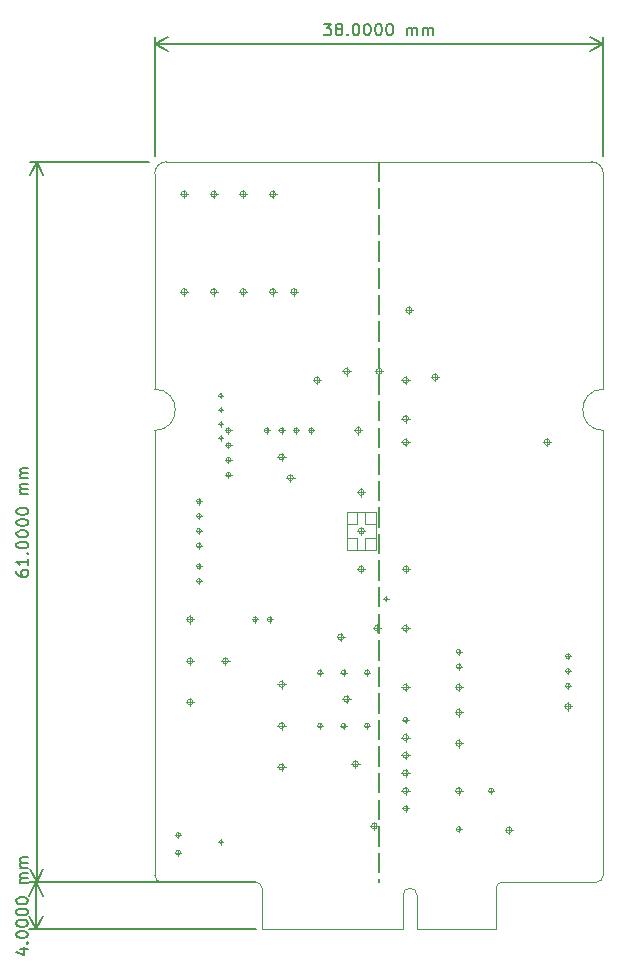
<source format=gbr>
%TF.GenerationSoftware,KiCad,Pcbnew,7.0.6*%
%TF.CreationDate,2023-08-17T07:33:22+09:30*%
%TF.ProjectId,spe-source,7370652d-736f-4757-9263-652e6b696361,V1.0*%
%TF.SameCoordinates,Original*%
%TF.FileFunction,OtherDrawing,Comment*%
%FSLAX46Y46*%
G04 Gerber Fmt 4.6, Leading zero omitted, Abs format (unit mm)*
G04 Created by KiCad (PCBNEW 7.0.6) date 2023-08-17 07:33:22*
%MOMM*%
%LPD*%
G01*
G04 APERTURE LIST*
%ADD10C,0.150000*%
%ADD11C,0.050000*%
%ADD12C,0.025000*%
%ADD13C,0.050800*%
G04 APERTURE END LIST*
D10*
X119000000Y-39000000D02*
X119000000Y-40650000D01*
X119000000Y-41250000D02*
X119000000Y-42900000D01*
X119000000Y-43500000D02*
X119000000Y-45150000D01*
X119000000Y-45750000D02*
X119000000Y-47400000D01*
X119000000Y-48000000D02*
X119000000Y-49650000D01*
X119000000Y-50250000D02*
X119000000Y-51900000D01*
X119000000Y-52500000D02*
X119000000Y-54150000D01*
X119000000Y-54750000D02*
X119000000Y-56400000D01*
X119000000Y-57000000D02*
X119000000Y-58650000D01*
X119000000Y-59250000D02*
X119000000Y-60900000D01*
X119000000Y-61500000D02*
X119000000Y-63150000D01*
X119000000Y-63750000D02*
X119000000Y-65400000D01*
X119000000Y-66000000D02*
X119000000Y-67650000D01*
X119000000Y-68250000D02*
X119000000Y-69900000D01*
X119000000Y-70500000D02*
X119000000Y-72150000D01*
X119000000Y-72750000D02*
X119000000Y-74400000D01*
X119000000Y-75000000D02*
X119000000Y-76650000D01*
X119000000Y-77250000D02*
X119000000Y-78900000D01*
X119000000Y-79500000D02*
X119000000Y-81150000D01*
X119000000Y-81750000D02*
X119000000Y-83400000D01*
X119000000Y-84000000D02*
X119000000Y-85650000D01*
X119000000Y-86250000D02*
X119000000Y-87900000D01*
X119000000Y-88500000D02*
X119000000Y-90150000D01*
X119000000Y-90750000D02*
X119000000Y-92400000D01*
X119000000Y-93000000D02*
X119000000Y-94650000D01*
X119000000Y-95250000D02*
X119000000Y-96900000D01*
X119000000Y-97500000D02*
X119000000Y-99150000D01*
X119000000Y-99750000D02*
X119000000Y-100000000D01*
X88613387Y-105666666D02*
X89280054Y-105666666D01*
X88232435Y-105904761D02*
X88946720Y-106142856D01*
X88946720Y-106142856D02*
X88946720Y-105523809D01*
X89184815Y-105142856D02*
X89232435Y-105095237D01*
X89232435Y-105095237D02*
X89280054Y-105142856D01*
X89280054Y-105142856D02*
X89232435Y-105190475D01*
X89232435Y-105190475D02*
X89184815Y-105142856D01*
X89184815Y-105142856D02*
X89280054Y-105142856D01*
X88280054Y-104476190D02*
X88280054Y-104380952D01*
X88280054Y-104380952D02*
X88327673Y-104285714D01*
X88327673Y-104285714D02*
X88375292Y-104238095D01*
X88375292Y-104238095D02*
X88470530Y-104190476D01*
X88470530Y-104190476D02*
X88661006Y-104142857D01*
X88661006Y-104142857D02*
X88899101Y-104142857D01*
X88899101Y-104142857D02*
X89089577Y-104190476D01*
X89089577Y-104190476D02*
X89184815Y-104238095D01*
X89184815Y-104238095D02*
X89232435Y-104285714D01*
X89232435Y-104285714D02*
X89280054Y-104380952D01*
X89280054Y-104380952D02*
X89280054Y-104476190D01*
X89280054Y-104476190D02*
X89232435Y-104571428D01*
X89232435Y-104571428D02*
X89184815Y-104619047D01*
X89184815Y-104619047D02*
X89089577Y-104666666D01*
X89089577Y-104666666D02*
X88899101Y-104714285D01*
X88899101Y-104714285D02*
X88661006Y-104714285D01*
X88661006Y-104714285D02*
X88470530Y-104666666D01*
X88470530Y-104666666D02*
X88375292Y-104619047D01*
X88375292Y-104619047D02*
X88327673Y-104571428D01*
X88327673Y-104571428D02*
X88280054Y-104476190D01*
X88280054Y-103523809D02*
X88280054Y-103428571D01*
X88280054Y-103428571D02*
X88327673Y-103333333D01*
X88327673Y-103333333D02*
X88375292Y-103285714D01*
X88375292Y-103285714D02*
X88470530Y-103238095D01*
X88470530Y-103238095D02*
X88661006Y-103190476D01*
X88661006Y-103190476D02*
X88899101Y-103190476D01*
X88899101Y-103190476D02*
X89089577Y-103238095D01*
X89089577Y-103238095D02*
X89184815Y-103285714D01*
X89184815Y-103285714D02*
X89232435Y-103333333D01*
X89232435Y-103333333D02*
X89280054Y-103428571D01*
X89280054Y-103428571D02*
X89280054Y-103523809D01*
X89280054Y-103523809D02*
X89232435Y-103619047D01*
X89232435Y-103619047D02*
X89184815Y-103666666D01*
X89184815Y-103666666D02*
X89089577Y-103714285D01*
X89089577Y-103714285D02*
X88899101Y-103761904D01*
X88899101Y-103761904D02*
X88661006Y-103761904D01*
X88661006Y-103761904D02*
X88470530Y-103714285D01*
X88470530Y-103714285D02*
X88375292Y-103666666D01*
X88375292Y-103666666D02*
X88327673Y-103619047D01*
X88327673Y-103619047D02*
X88280054Y-103523809D01*
X88280054Y-102571428D02*
X88280054Y-102476190D01*
X88280054Y-102476190D02*
X88327673Y-102380952D01*
X88327673Y-102380952D02*
X88375292Y-102333333D01*
X88375292Y-102333333D02*
X88470530Y-102285714D01*
X88470530Y-102285714D02*
X88661006Y-102238095D01*
X88661006Y-102238095D02*
X88899101Y-102238095D01*
X88899101Y-102238095D02*
X89089577Y-102285714D01*
X89089577Y-102285714D02*
X89184815Y-102333333D01*
X89184815Y-102333333D02*
X89232435Y-102380952D01*
X89232435Y-102380952D02*
X89280054Y-102476190D01*
X89280054Y-102476190D02*
X89280054Y-102571428D01*
X89280054Y-102571428D02*
X89232435Y-102666666D01*
X89232435Y-102666666D02*
X89184815Y-102714285D01*
X89184815Y-102714285D02*
X89089577Y-102761904D01*
X89089577Y-102761904D02*
X88899101Y-102809523D01*
X88899101Y-102809523D02*
X88661006Y-102809523D01*
X88661006Y-102809523D02*
X88470530Y-102761904D01*
X88470530Y-102761904D02*
X88375292Y-102714285D01*
X88375292Y-102714285D02*
X88327673Y-102666666D01*
X88327673Y-102666666D02*
X88280054Y-102571428D01*
X88280054Y-101619047D02*
X88280054Y-101523809D01*
X88280054Y-101523809D02*
X88327673Y-101428571D01*
X88327673Y-101428571D02*
X88375292Y-101380952D01*
X88375292Y-101380952D02*
X88470530Y-101333333D01*
X88470530Y-101333333D02*
X88661006Y-101285714D01*
X88661006Y-101285714D02*
X88899101Y-101285714D01*
X88899101Y-101285714D02*
X89089577Y-101333333D01*
X89089577Y-101333333D02*
X89184815Y-101380952D01*
X89184815Y-101380952D02*
X89232435Y-101428571D01*
X89232435Y-101428571D02*
X89280054Y-101523809D01*
X89280054Y-101523809D02*
X89280054Y-101619047D01*
X89280054Y-101619047D02*
X89232435Y-101714285D01*
X89232435Y-101714285D02*
X89184815Y-101761904D01*
X89184815Y-101761904D02*
X89089577Y-101809523D01*
X89089577Y-101809523D02*
X88899101Y-101857142D01*
X88899101Y-101857142D02*
X88661006Y-101857142D01*
X88661006Y-101857142D02*
X88470530Y-101809523D01*
X88470530Y-101809523D02*
X88375292Y-101761904D01*
X88375292Y-101761904D02*
X88327673Y-101714285D01*
X88327673Y-101714285D02*
X88280054Y-101619047D01*
X89280054Y-100095237D02*
X88613387Y-100095237D01*
X88708625Y-100095237D02*
X88661006Y-100047618D01*
X88661006Y-100047618D02*
X88613387Y-99952380D01*
X88613387Y-99952380D02*
X88613387Y-99809523D01*
X88613387Y-99809523D02*
X88661006Y-99714285D01*
X88661006Y-99714285D02*
X88756244Y-99666666D01*
X88756244Y-99666666D02*
X89280054Y-99666666D01*
X88756244Y-99666666D02*
X88661006Y-99619047D01*
X88661006Y-99619047D02*
X88613387Y-99523809D01*
X88613387Y-99523809D02*
X88613387Y-99380952D01*
X88613387Y-99380952D02*
X88661006Y-99285713D01*
X88661006Y-99285713D02*
X88756244Y-99238094D01*
X88756244Y-99238094D02*
X89280054Y-99238094D01*
X89280054Y-98761904D02*
X88613387Y-98761904D01*
X88708625Y-98761904D02*
X88661006Y-98714285D01*
X88661006Y-98714285D02*
X88613387Y-98619047D01*
X88613387Y-98619047D02*
X88613387Y-98476190D01*
X88613387Y-98476190D02*
X88661006Y-98380952D01*
X88661006Y-98380952D02*
X88756244Y-98333333D01*
X88756244Y-98333333D02*
X89280054Y-98333333D01*
X88756244Y-98333333D02*
X88661006Y-98285714D01*
X88661006Y-98285714D02*
X88613387Y-98190476D01*
X88613387Y-98190476D02*
X88613387Y-98047619D01*
X88613387Y-98047619D02*
X88661006Y-97952380D01*
X88661006Y-97952380D02*
X88756244Y-97904761D01*
X88756244Y-97904761D02*
X89280054Y-97904761D01*
X108575000Y-104000000D02*
X89388815Y-104000000D01*
X108575000Y-100000000D02*
X89388815Y-100000000D01*
X89975235Y-104000000D02*
X89975235Y-100000000D01*
X89975235Y-104000000D02*
X89975235Y-100000000D01*
X89975235Y-104000000D02*
X89388814Y-102873496D01*
X89975235Y-104000000D02*
X90561656Y-102873496D01*
X89975235Y-100000000D02*
X90561656Y-101126504D01*
X89975235Y-100000000D02*
X89388814Y-101126504D01*
X88304819Y-73642856D02*
X88304819Y-73833332D01*
X88304819Y-73833332D02*
X88352438Y-73928570D01*
X88352438Y-73928570D02*
X88400057Y-73976189D01*
X88400057Y-73976189D02*
X88542914Y-74071427D01*
X88542914Y-74071427D02*
X88733390Y-74119046D01*
X88733390Y-74119046D02*
X89114342Y-74119046D01*
X89114342Y-74119046D02*
X89209580Y-74071427D01*
X89209580Y-74071427D02*
X89257200Y-74023808D01*
X89257200Y-74023808D02*
X89304819Y-73928570D01*
X89304819Y-73928570D02*
X89304819Y-73738094D01*
X89304819Y-73738094D02*
X89257200Y-73642856D01*
X89257200Y-73642856D02*
X89209580Y-73595237D01*
X89209580Y-73595237D02*
X89114342Y-73547618D01*
X89114342Y-73547618D02*
X88876247Y-73547618D01*
X88876247Y-73547618D02*
X88781009Y-73595237D01*
X88781009Y-73595237D02*
X88733390Y-73642856D01*
X88733390Y-73642856D02*
X88685771Y-73738094D01*
X88685771Y-73738094D02*
X88685771Y-73928570D01*
X88685771Y-73928570D02*
X88733390Y-74023808D01*
X88733390Y-74023808D02*
X88781009Y-74071427D01*
X88781009Y-74071427D02*
X88876247Y-74119046D01*
X89304819Y-72595237D02*
X89304819Y-73166665D01*
X89304819Y-72880951D02*
X88304819Y-72880951D01*
X88304819Y-72880951D02*
X88447676Y-72976189D01*
X88447676Y-72976189D02*
X88542914Y-73071427D01*
X88542914Y-73071427D02*
X88590533Y-73166665D01*
X89209580Y-72166665D02*
X89257200Y-72119046D01*
X89257200Y-72119046D02*
X89304819Y-72166665D01*
X89304819Y-72166665D02*
X89257200Y-72214284D01*
X89257200Y-72214284D02*
X89209580Y-72166665D01*
X89209580Y-72166665D02*
X89304819Y-72166665D01*
X88304819Y-71499999D02*
X88304819Y-71404761D01*
X88304819Y-71404761D02*
X88352438Y-71309523D01*
X88352438Y-71309523D02*
X88400057Y-71261904D01*
X88400057Y-71261904D02*
X88495295Y-71214285D01*
X88495295Y-71214285D02*
X88685771Y-71166666D01*
X88685771Y-71166666D02*
X88923866Y-71166666D01*
X88923866Y-71166666D02*
X89114342Y-71214285D01*
X89114342Y-71214285D02*
X89209580Y-71261904D01*
X89209580Y-71261904D02*
X89257200Y-71309523D01*
X89257200Y-71309523D02*
X89304819Y-71404761D01*
X89304819Y-71404761D02*
X89304819Y-71499999D01*
X89304819Y-71499999D02*
X89257200Y-71595237D01*
X89257200Y-71595237D02*
X89209580Y-71642856D01*
X89209580Y-71642856D02*
X89114342Y-71690475D01*
X89114342Y-71690475D02*
X88923866Y-71738094D01*
X88923866Y-71738094D02*
X88685771Y-71738094D01*
X88685771Y-71738094D02*
X88495295Y-71690475D01*
X88495295Y-71690475D02*
X88400057Y-71642856D01*
X88400057Y-71642856D02*
X88352438Y-71595237D01*
X88352438Y-71595237D02*
X88304819Y-71499999D01*
X88304819Y-70547618D02*
X88304819Y-70452380D01*
X88304819Y-70452380D02*
X88352438Y-70357142D01*
X88352438Y-70357142D02*
X88400057Y-70309523D01*
X88400057Y-70309523D02*
X88495295Y-70261904D01*
X88495295Y-70261904D02*
X88685771Y-70214285D01*
X88685771Y-70214285D02*
X88923866Y-70214285D01*
X88923866Y-70214285D02*
X89114342Y-70261904D01*
X89114342Y-70261904D02*
X89209580Y-70309523D01*
X89209580Y-70309523D02*
X89257200Y-70357142D01*
X89257200Y-70357142D02*
X89304819Y-70452380D01*
X89304819Y-70452380D02*
X89304819Y-70547618D01*
X89304819Y-70547618D02*
X89257200Y-70642856D01*
X89257200Y-70642856D02*
X89209580Y-70690475D01*
X89209580Y-70690475D02*
X89114342Y-70738094D01*
X89114342Y-70738094D02*
X88923866Y-70785713D01*
X88923866Y-70785713D02*
X88685771Y-70785713D01*
X88685771Y-70785713D02*
X88495295Y-70738094D01*
X88495295Y-70738094D02*
X88400057Y-70690475D01*
X88400057Y-70690475D02*
X88352438Y-70642856D01*
X88352438Y-70642856D02*
X88304819Y-70547618D01*
X88304819Y-69595237D02*
X88304819Y-69499999D01*
X88304819Y-69499999D02*
X88352438Y-69404761D01*
X88352438Y-69404761D02*
X88400057Y-69357142D01*
X88400057Y-69357142D02*
X88495295Y-69309523D01*
X88495295Y-69309523D02*
X88685771Y-69261904D01*
X88685771Y-69261904D02*
X88923866Y-69261904D01*
X88923866Y-69261904D02*
X89114342Y-69309523D01*
X89114342Y-69309523D02*
X89209580Y-69357142D01*
X89209580Y-69357142D02*
X89257200Y-69404761D01*
X89257200Y-69404761D02*
X89304819Y-69499999D01*
X89304819Y-69499999D02*
X89304819Y-69595237D01*
X89304819Y-69595237D02*
X89257200Y-69690475D01*
X89257200Y-69690475D02*
X89209580Y-69738094D01*
X89209580Y-69738094D02*
X89114342Y-69785713D01*
X89114342Y-69785713D02*
X88923866Y-69833332D01*
X88923866Y-69833332D02*
X88685771Y-69833332D01*
X88685771Y-69833332D02*
X88495295Y-69785713D01*
X88495295Y-69785713D02*
X88400057Y-69738094D01*
X88400057Y-69738094D02*
X88352438Y-69690475D01*
X88352438Y-69690475D02*
X88304819Y-69595237D01*
X88304819Y-68642856D02*
X88304819Y-68547618D01*
X88304819Y-68547618D02*
X88352438Y-68452380D01*
X88352438Y-68452380D02*
X88400057Y-68404761D01*
X88400057Y-68404761D02*
X88495295Y-68357142D01*
X88495295Y-68357142D02*
X88685771Y-68309523D01*
X88685771Y-68309523D02*
X88923866Y-68309523D01*
X88923866Y-68309523D02*
X89114342Y-68357142D01*
X89114342Y-68357142D02*
X89209580Y-68404761D01*
X89209580Y-68404761D02*
X89257200Y-68452380D01*
X89257200Y-68452380D02*
X89304819Y-68547618D01*
X89304819Y-68547618D02*
X89304819Y-68642856D01*
X89304819Y-68642856D02*
X89257200Y-68738094D01*
X89257200Y-68738094D02*
X89209580Y-68785713D01*
X89209580Y-68785713D02*
X89114342Y-68833332D01*
X89114342Y-68833332D02*
X88923866Y-68880951D01*
X88923866Y-68880951D02*
X88685771Y-68880951D01*
X88685771Y-68880951D02*
X88495295Y-68833332D01*
X88495295Y-68833332D02*
X88400057Y-68785713D01*
X88400057Y-68785713D02*
X88352438Y-68738094D01*
X88352438Y-68738094D02*
X88304819Y-68642856D01*
X89304819Y-67119046D02*
X88638152Y-67119046D01*
X88733390Y-67119046D02*
X88685771Y-67071427D01*
X88685771Y-67071427D02*
X88638152Y-66976189D01*
X88638152Y-66976189D02*
X88638152Y-66833332D01*
X88638152Y-66833332D02*
X88685771Y-66738094D01*
X88685771Y-66738094D02*
X88781009Y-66690475D01*
X88781009Y-66690475D02*
X89304819Y-66690475D01*
X88781009Y-66690475D02*
X88685771Y-66642856D01*
X88685771Y-66642856D02*
X88638152Y-66547618D01*
X88638152Y-66547618D02*
X88638152Y-66404761D01*
X88638152Y-66404761D02*
X88685771Y-66309522D01*
X88685771Y-66309522D02*
X88781009Y-66261903D01*
X88781009Y-66261903D02*
X89304819Y-66261903D01*
X89304819Y-65785713D02*
X88638152Y-65785713D01*
X88733390Y-65785713D02*
X88685771Y-65738094D01*
X88685771Y-65738094D02*
X88638152Y-65642856D01*
X88638152Y-65642856D02*
X88638152Y-65499999D01*
X88638152Y-65499999D02*
X88685771Y-65404761D01*
X88685771Y-65404761D02*
X88781009Y-65357142D01*
X88781009Y-65357142D02*
X89304819Y-65357142D01*
X88781009Y-65357142D02*
X88685771Y-65309523D01*
X88685771Y-65309523D02*
X88638152Y-65214285D01*
X88638152Y-65214285D02*
X88638152Y-65071428D01*
X88638152Y-65071428D02*
X88685771Y-64976189D01*
X88685771Y-64976189D02*
X88781009Y-64928570D01*
X88781009Y-64928570D02*
X89304819Y-64928570D01*
X99500000Y-39000000D02*
X89413580Y-39000000D01*
X99500000Y-100000000D02*
X89413580Y-100000000D01*
X90000000Y-39000000D02*
X90000000Y-100000000D01*
X90000000Y-39000000D02*
X90000000Y-100000000D01*
X90000000Y-39000000D02*
X90586421Y-40126504D01*
X90000000Y-39000000D02*
X89413579Y-40126504D01*
X90000000Y-100000000D02*
X89413579Y-98873496D01*
X90000000Y-100000000D02*
X90586421Y-98873496D01*
X114333334Y-27304819D02*
X114952381Y-27304819D01*
X114952381Y-27304819D02*
X114619048Y-27685771D01*
X114619048Y-27685771D02*
X114761905Y-27685771D01*
X114761905Y-27685771D02*
X114857143Y-27733390D01*
X114857143Y-27733390D02*
X114904762Y-27781009D01*
X114904762Y-27781009D02*
X114952381Y-27876247D01*
X114952381Y-27876247D02*
X114952381Y-28114342D01*
X114952381Y-28114342D02*
X114904762Y-28209580D01*
X114904762Y-28209580D02*
X114857143Y-28257200D01*
X114857143Y-28257200D02*
X114761905Y-28304819D01*
X114761905Y-28304819D02*
X114476191Y-28304819D01*
X114476191Y-28304819D02*
X114380953Y-28257200D01*
X114380953Y-28257200D02*
X114333334Y-28209580D01*
X115523810Y-27733390D02*
X115428572Y-27685771D01*
X115428572Y-27685771D02*
X115380953Y-27638152D01*
X115380953Y-27638152D02*
X115333334Y-27542914D01*
X115333334Y-27542914D02*
X115333334Y-27495295D01*
X115333334Y-27495295D02*
X115380953Y-27400057D01*
X115380953Y-27400057D02*
X115428572Y-27352438D01*
X115428572Y-27352438D02*
X115523810Y-27304819D01*
X115523810Y-27304819D02*
X115714286Y-27304819D01*
X115714286Y-27304819D02*
X115809524Y-27352438D01*
X115809524Y-27352438D02*
X115857143Y-27400057D01*
X115857143Y-27400057D02*
X115904762Y-27495295D01*
X115904762Y-27495295D02*
X115904762Y-27542914D01*
X115904762Y-27542914D02*
X115857143Y-27638152D01*
X115857143Y-27638152D02*
X115809524Y-27685771D01*
X115809524Y-27685771D02*
X115714286Y-27733390D01*
X115714286Y-27733390D02*
X115523810Y-27733390D01*
X115523810Y-27733390D02*
X115428572Y-27781009D01*
X115428572Y-27781009D02*
X115380953Y-27828628D01*
X115380953Y-27828628D02*
X115333334Y-27923866D01*
X115333334Y-27923866D02*
X115333334Y-28114342D01*
X115333334Y-28114342D02*
X115380953Y-28209580D01*
X115380953Y-28209580D02*
X115428572Y-28257200D01*
X115428572Y-28257200D02*
X115523810Y-28304819D01*
X115523810Y-28304819D02*
X115714286Y-28304819D01*
X115714286Y-28304819D02*
X115809524Y-28257200D01*
X115809524Y-28257200D02*
X115857143Y-28209580D01*
X115857143Y-28209580D02*
X115904762Y-28114342D01*
X115904762Y-28114342D02*
X115904762Y-27923866D01*
X115904762Y-27923866D02*
X115857143Y-27828628D01*
X115857143Y-27828628D02*
X115809524Y-27781009D01*
X115809524Y-27781009D02*
X115714286Y-27733390D01*
X116333334Y-28209580D02*
X116380953Y-28257200D01*
X116380953Y-28257200D02*
X116333334Y-28304819D01*
X116333334Y-28304819D02*
X116285715Y-28257200D01*
X116285715Y-28257200D02*
X116333334Y-28209580D01*
X116333334Y-28209580D02*
X116333334Y-28304819D01*
X117000000Y-27304819D02*
X117095238Y-27304819D01*
X117095238Y-27304819D02*
X117190476Y-27352438D01*
X117190476Y-27352438D02*
X117238095Y-27400057D01*
X117238095Y-27400057D02*
X117285714Y-27495295D01*
X117285714Y-27495295D02*
X117333333Y-27685771D01*
X117333333Y-27685771D02*
X117333333Y-27923866D01*
X117333333Y-27923866D02*
X117285714Y-28114342D01*
X117285714Y-28114342D02*
X117238095Y-28209580D01*
X117238095Y-28209580D02*
X117190476Y-28257200D01*
X117190476Y-28257200D02*
X117095238Y-28304819D01*
X117095238Y-28304819D02*
X117000000Y-28304819D01*
X117000000Y-28304819D02*
X116904762Y-28257200D01*
X116904762Y-28257200D02*
X116857143Y-28209580D01*
X116857143Y-28209580D02*
X116809524Y-28114342D01*
X116809524Y-28114342D02*
X116761905Y-27923866D01*
X116761905Y-27923866D02*
X116761905Y-27685771D01*
X116761905Y-27685771D02*
X116809524Y-27495295D01*
X116809524Y-27495295D02*
X116857143Y-27400057D01*
X116857143Y-27400057D02*
X116904762Y-27352438D01*
X116904762Y-27352438D02*
X117000000Y-27304819D01*
X117952381Y-27304819D02*
X118047619Y-27304819D01*
X118047619Y-27304819D02*
X118142857Y-27352438D01*
X118142857Y-27352438D02*
X118190476Y-27400057D01*
X118190476Y-27400057D02*
X118238095Y-27495295D01*
X118238095Y-27495295D02*
X118285714Y-27685771D01*
X118285714Y-27685771D02*
X118285714Y-27923866D01*
X118285714Y-27923866D02*
X118238095Y-28114342D01*
X118238095Y-28114342D02*
X118190476Y-28209580D01*
X118190476Y-28209580D02*
X118142857Y-28257200D01*
X118142857Y-28257200D02*
X118047619Y-28304819D01*
X118047619Y-28304819D02*
X117952381Y-28304819D01*
X117952381Y-28304819D02*
X117857143Y-28257200D01*
X117857143Y-28257200D02*
X117809524Y-28209580D01*
X117809524Y-28209580D02*
X117761905Y-28114342D01*
X117761905Y-28114342D02*
X117714286Y-27923866D01*
X117714286Y-27923866D02*
X117714286Y-27685771D01*
X117714286Y-27685771D02*
X117761905Y-27495295D01*
X117761905Y-27495295D02*
X117809524Y-27400057D01*
X117809524Y-27400057D02*
X117857143Y-27352438D01*
X117857143Y-27352438D02*
X117952381Y-27304819D01*
X118904762Y-27304819D02*
X119000000Y-27304819D01*
X119000000Y-27304819D02*
X119095238Y-27352438D01*
X119095238Y-27352438D02*
X119142857Y-27400057D01*
X119142857Y-27400057D02*
X119190476Y-27495295D01*
X119190476Y-27495295D02*
X119238095Y-27685771D01*
X119238095Y-27685771D02*
X119238095Y-27923866D01*
X119238095Y-27923866D02*
X119190476Y-28114342D01*
X119190476Y-28114342D02*
X119142857Y-28209580D01*
X119142857Y-28209580D02*
X119095238Y-28257200D01*
X119095238Y-28257200D02*
X119000000Y-28304819D01*
X119000000Y-28304819D02*
X118904762Y-28304819D01*
X118904762Y-28304819D02*
X118809524Y-28257200D01*
X118809524Y-28257200D02*
X118761905Y-28209580D01*
X118761905Y-28209580D02*
X118714286Y-28114342D01*
X118714286Y-28114342D02*
X118666667Y-27923866D01*
X118666667Y-27923866D02*
X118666667Y-27685771D01*
X118666667Y-27685771D02*
X118714286Y-27495295D01*
X118714286Y-27495295D02*
X118761905Y-27400057D01*
X118761905Y-27400057D02*
X118809524Y-27352438D01*
X118809524Y-27352438D02*
X118904762Y-27304819D01*
X119857143Y-27304819D02*
X119952381Y-27304819D01*
X119952381Y-27304819D02*
X120047619Y-27352438D01*
X120047619Y-27352438D02*
X120095238Y-27400057D01*
X120095238Y-27400057D02*
X120142857Y-27495295D01*
X120142857Y-27495295D02*
X120190476Y-27685771D01*
X120190476Y-27685771D02*
X120190476Y-27923866D01*
X120190476Y-27923866D02*
X120142857Y-28114342D01*
X120142857Y-28114342D02*
X120095238Y-28209580D01*
X120095238Y-28209580D02*
X120047619Y-28257200D01*
X120047619Y-28257200D02*
X119952381Y-28304819D01*
X119952381Y-28304819D02*
X119857143Y-28304819D01*
X119857143Y-28304819D02*
X119761905Y-28257200D01*
X119761905Y-28257200D02*
X119714286Y-28209580D01*
X119714286Y-28209580D02*
X119666667Y-28114342D01*
X119666667Y-28114342D02*
X119619048Y-27923866D01*
X119619048Y-27923866D02*
X119619048Y-27685771D01*
X119619048Y-27685771D02*
X119666667Y-27495295D01*
X119666667Y-27495295D02*
X119714286Y-27400057D01*
X119714286Y-27400057D02*
X119761905Y-27352438D01*
X119761905Y-27352438D02*
X119857143Y-27304819D01*
X121380953Y-28304819D02*
X121380953Y-27638152D01*
X121380953Y-27733390D02*
X121428572Y-27685771D01*
X121428572Y-27685771D02*
X121523810Y-27638152D01*
X121523810Y-27638152D02*
X121666667Y-27638152D01*
X121666667Y-27638152D02*
X121761905Y-27685771D01*
X121761905Y-27685771D02*
X121809524Y-27781009D01*
X121809524Y-27781009D02*
X121809524Y-28304819D01*
X121809524Y-27781009D02*
X121857143Y-27685771D01*
X121857143Y-27685771D02*
X121952381Y-27638152D01*
X121952381Y-27638152D02*
X122095238Y-27638152D01*
X122095238Y-27638152D02*
X122190477Y-27685771D01*
X122190477Y-27685771D02*
X122238096Y-27781009D01*
X122238096Y-27781009D02*
X122238096Y-28304819D01*
X122714286Y-28304819D02*
X122714286Y-27638152D01*
X122714286Y-27733390D02*
X122761905Y-27685771D01*
X122761905Y-27685771D02*
X122857143Y-27638152D01*
X122857143Y-27638152D02*
X123000000Y-27638152D01*
X123000000Y-27638152D02*
X123095238Y-27685771D01*
X123095238Y-27685771D02*
X123142857Y-27781009D01*
X123142857Y-27781009D02*
X123142857Y-28304819D01*
X123142857Y-27781009D02*
X123190476Y-27685771D01*
X123190476Y-27685771D02*
X123285714Y-27638152D01*
X123285714Y-27638152D02*
X123428571Y-27638152D01*
X123428571Y-27638152D02*
X123523810Y-27685771D01*
X123523810Y-27685771D02*
X123571429Y-27781009D01*
X123571429Y-27781009D02*
X123571429Y-28304819D01*
X100000000Y-38500000D02*
X100000000Y-28413580D01*
X138000000Y-38500000D02*
X138000000Y-28413580D01*
X100000000Y-29000000D02*
X138000000Y-29000000D01*
X100000000Y-29000000D02*
X138000000Y-29000000D01*
X100000000Y-29000000D02*
X101126504Y-28413579D01*
X100000000Y-29000000D02*
X101126504Y-29586421D01*
X138000000Y-29000000D02*
X136873496Y-29586421D01*
X138000000Y-29000000D02*
X136873496Y-28413579D01*
D11*
%TO.C,R30*%
X114000000Y-87020000D02*
X114000000Y-86480000D01*
X113730000Y-86750000D02*
X114270000Y-86750000D01*
X114202500Y-86750000D02*
G75*
G03*
X114202500Y-86750000I-202500J0D01*
G01*
%TO.C,R33*%
X116202500Y-82250000D02*
G75*
G03*
X116202500Y-82250000I-202500J0D01*
G01*
X116270000Y-82250000D02*
X115730000Y-82250000D01*
X116000000Y-81980000D02*
X116000000Y-82520000D01*
%TO.C,R31*%
X114202500Y-82250000D02*
G75*
G03*
X114202500Y-82250000I-202500J0D01*
G01*
X113730000Y-82250000D02*
X114270000Y-82250000D01*
X114000000Y-82520000D02*
X114000000Y-81980000D01*
%TO.C,R27*%
X118202500Y-82250000D02*
G75*
G03*
X118202500Y-82250000I-202500J0D01*
G01*
X118270000Y-82250000D02*
X117730000Y-82250000D01*
X118000000Y-81980000D02*
X118000000Y-82520000D01*
%TO.C,R6*%
X116202500Y-86750000D02*
G75*
G03*
X116202500Y-86750000I-202500J0D01*
G01*
X115730000Y-86750000D02*
X116270000Y-86750000D01*
X116000000Y-87020000D02*
X116000000Y-86480000D01*
%TO.C,C3*%
X121250000Y-93480000D02*
X121250000Y-94020000D01*
X121520000Y-93750000D02*
X120980000Y-93750000D01*
X121452500Y-93750000D02*
G75*
G03*
X121452500Y-93750000I-202500J0D01*
G01*
%TO.C,C2*%
X121452500Y-86250000D02*
G75*
G03*
X121452500Y-86250000I-202500J0D01*
G01*
X121520000Y-86250000D02*
X120980000Y-86250000D01*
X121250000Y-85980000D02*
X121250000Y-86520000D01*
%TO.C,C1*%
X118202500Y-86750000D02*
G75*
G03*
X118202500Y-86750000I-202500J0D01*
G01*
X118270000Y-86750000D02*
X117730000Y-86750000D01*
X118000000Y-86480000D02*
X118000000Y-87020000D01*
%TO.C,R26*%
X121600000Y-57500000D02*
X120900000Y-57500000D01*
X121250000Y-57850000D02*
X121250000Y-57150000D01*
X121500000Y-57500000D02*
G75*
G03*
X121500000Y-57500000I-250000J0D01*
G01*
%TO.C,R21*%
X105350000Y-50000000D02*
X104650000Y-50000000D01*
X105000000Y-50350000D02*
X105000000Y-49650000D01*
X105250000Y-50000000D02*
G75*
G03*
X105250000Y-50000000I-250000J0D01*
G01*
%TO.C,R16*%
X107850000Y-50000000D02*
X107150000Y-50000000D01*
X107500000Y-50350000D02*
X107500000Y-49650000D01*
X107750000Y-50000000D02*
G75*
G03*
X107750000Y-50000000I-250000J0D01*
G01*
%TO.C,R3*%
X121500000Y-87750000D02*
G75*
G03*
X121500000Y-87750000I-250000J0D01*
G01*
X121600000Y-87750000D02*
X120900000Y-87750000D01*
X121250000Y-87400000D02*
X121250000Y-88100000D01*
%TO.C,R18*%
X112245000Y-61750000D02*
X111705000Y-61750000D01*
X111975000Y-62020000D02*
X111975000Y-61480000D01*
X112177500Y-61750000D02*
G75*
G03*
X112177500Y-61750000I-202500J0D01*
G01*
%TO.C,C7*%
X106250000Y-65770000D02*
X106250000Y-65230000D01*
X105980000Y-65500000D02*
X106520000Y-65500000D01*
X106452500Y-65500000D02*
G75*
G03*
X106452500Y-65500000I-202500J0D01*
G01*
%TO.C,U5*%
X110400000Y-86750000D02*
X111100000Y-86750000D01*
X110750000Y-86400000D02*
X110750000Y-87100000D01*
X111000000Y-86750000D02*
G75*
G03*
X111000000Y-86750000I-250000J0D01*
G01*
%TO.C,C34*%
X135000000Y-84770000D02*
X135000000Y-85470000D01*
X135350000Y-85120000D02*
X134650000Y-85120000D01*
X135250000Y-85120000D02*
G75*
G03*
X135250000Y-85120000I-250000J0D01*
G01*
%TO.C,R7*%
X125750000Y-83150000D02*
X125750000Y-83850000D01*
X126100000Y-83500000D02*
X125400000Y-83500000D01*
X126000000Y-83500000D02*
G75*
G03*
X126000000Y-83500000I-250000J0D01*
G01*
%TO.C,R14*%
X103750000Y-72980000D02*
X103750000Y-73520000D01*
X104020000Y-73250000D02*
X103480000Y-73250000D01*
X103952500Y-73250000D02*
G75*
G03*
X103952500Y-73250000I-202500J0D01*
G01*
%TO.C,R9*%
X125750000Y-88600000D02*
X125750000Y-87900000D01*
X125400000Y-88250000D02*
X126100000Y-88250000D01*
X126000000Y-88250000D02*
G75*
G03*
X126000000Y-88250000I-250000J0D01*
G01*
%TO.C,R5*%
X121500000Y-89250000D02*
G75*
G03*
X121500000Y-89250000I-250000J0D01*
G01*
X120900000Y-89250000D02*
X121600000Y-89250000D01*
X121250000Y-89600000D02*
X121250000Y-88900000D01*
%TO.C,U2*%
X125400000Y-92250000D02*
X126100000Y-92250000D01*
X125750000Y-91900000D02*
X125750000Y-92600000D01*
X126000000Y-92250000D02*
G75*
G03*
X126000000Y-92250000I-250000J0D01*
G01*
%TO.C,C6*%
X106250000Y-64520000D02*
X106250000Y-63980000D01*
X105980000Y-64250000D02*
X106520000Y-64250000D01*
X106452500Y-64250000D02*
G75*
G03*
X106452500Y-64250000I-202500J0D01*
G01*
%TO.C,C16*%
X103750000Y-69270000D02*
X103750000Y-68730000D01*
X103480000Y-69000000D02*
X104020000Y-69000000D01*
X103952500Y-69000000D02*
G75*
G03*
X103952500Y-69000000I-202500J0D01*
G01*
%TO.C,R23*%
X111500000Y-66100000D02*
X111500000Y-65400000D01*
X111150000Y-65750000D02*
X111850000Y-65750000D01*
X111750000Y-65750000D02*
G75*
G03*
X111750000Y-65750000I-250000J0D01*
G01*
%TO.C,C24*%
X121250000Y-61100000D02*
X121250000Y-60400000D01*
X120900000Y-60750000D02*
X121600000Y-60750000D01*
X121500000Y-60750000D02*
G75*
G03*
X121500000Y-60750000I-250000J0D01*
G01*
%TO.C,D8*%
X121600000Y-78500000D02*
X120900000Y-78500000D01*
X121250000Y-78850000D02*
X121250000Y-78150000D01*
X121500000Y-78500000D02*
G75*
G03*
X121500000Y-78500000I-250000J0D01*
G01*
%TO.C,C28*%
X128770000Y-92250000D02*
X128230000Y-92250000D01*
X128500000Y-92520000D02*
X128500000Y-91980000D01*
X128702500Y-92250000D02*
G75*
G03*
X128702500Y-92250000I-202500J0D01*
G01*
%TO.C,C12*%
X106250000Y-62020000D02*
X106250000Y-61480000D01*
X105980000Y-61750000D02*
X106520000Y-61750000D01*
X106452500Y-61750000D02*
G75*
G03*
X106452500Y-61750000I-202500J0D01*
G01*
%TO.C,C11*%
X117500000Y-66650000D02*
X117500000Y-67350000D01*
X117850000Y-67000000D02*
X117150000Y-67000000D01*
X117750000Y-67000000D02*
G75*
G03*
X117750000Y-67000000I-250000J0D01*
G01*
%TO.C,R34*%
X125750000Y-80770000D02*
X125750000Y-80230000D01*
X125480000Y-80500000D02*
X126020000Y-80500000D01*
X125952500Y-80500000D02*
G75*
G03*
X125952500Y-80500000I-202500J0D01*
G01*
%TO.C,C5*%
X110750000Y-89900000D02*
X110750000Y-90600000D01*
X111100000Y-90250000D02*
X110400000Y-90250000D01*
X111000000Y-90250000D02*
G75*
G03*
X111000000Y-90250000I-250000J0D01*
G01*
%TO.C,U6*%
X102650000Y-81250000D02*
X103350000Y-81250000D01*
X103000000Y-80900000D02*
X103000000Y-81600000D01*
X103250000Y-81250000D02*
G75*
G03*
X103250000Y-81250000I-250000J0D01*
G01*
%TO.C,R12*%
X102000000Y-95730000D02*
X102000000Y-96270000D01*
X102270000Y-96000000D02*
X101730000Y-96000000D01*
X102202500Y-96000000D02*
G75*
G03*
X102202500Y-96000000I-202500J0D01*
G01*
%TO.C,D6*%
X118500000Y-78500000D02*
X119200000Y-78500000D01*
X118850000Y-78150000D02*
X118850000Y-78850000D01*
X119100000Y-78500000D02*
G75*
G03*
X119100000Y-78500000I-250000J0D01*
G01*
%TO.C,C14*%
X110020000Y-77750000D02*
X109480000Y-77750000D01*
X109750000Y-78020000D02*
X109750000Y-77480000D01*
X109952500Y-77750000D02*
G75*
G03*
X109952500Y-77750000I-202500J0D01*
G01*
%TO.C,J1*%
X121540000Y-51930000D02*
X121540000Y-51230000D01*
X121190000Y-51580000D02*
X121890000Y-51580000D01*
X121790000Y-51580000D02*
G75*
G03*
X121790000Y-51580000I-250000J0D01*
G01*
%TO.C,C13*%
X106250000Y-63270000D02*
X106250000Y-62730000D01*
X105980000Y-63000000D02*
X106520000Y-63000000D01*
X106452500Y-63000000D02*
G75*
G03*
X106452500Y-63000000I-202500J0D01*
G01*
%TO.C,C18*%
X103000000Y-84400000D02*
X103000000Y-85100000D01*
X103350000Y-84750000D02*
X102650000Y-84750000D01*
X103250000Y-84750000D02*
G75*
G03*
X103250000Y-84750000I-250000J0D01*
G01*
%TO.C,R4*%
X121500000Y-90750000D02*
G75*
G03*
X121500000Y-90750000I-250000J0D01*
G01*
X120900000Y-90750000D02*
X121600000Y-90750000D01*
X121250000Y-91100000D02*
X121250000Y-90400000D01*
%TO.C,C15*%
X108770000Y-77750000D02*
X108230000Y-77750000D01*
X108500000Y-78020000D02*
X108500000Y-77480000D01*
X108702500Y-77750000D02*
G75*
G03*
X108702500Y-77750000I-202500J0D01*
G01*
%TO.C,U1*%
X116650000Y-90000000D02*
X117350000Y-90000000D01*
X117000000Y-89650000D02*
X117000000Y-90350000D01*
X117250000Y-90000000D02*
G75*
G03*
X117250000Y-90000000I-250000J0D01*
G01*
%TO.C,R20*%
X110750000Y-64350000D02*
X110750000Y-63650000D01*
X110400000Y-64000000D02*
X111100000Y-64000000D01*
X111000000Y-64000000D02*
G75*
G03*
X111000000Y-64000000I-250000J0D01*
G01*
%TO.C,C29*%
X118650000Y-56750000D02*
X119350000Y-56750000D01*
X119000000Y-56400000D02*
X119000000Y-57100000D01*
X119250000Y-56750000D02*
G75*
G03*
X119250000Y-56750000I-250000J0D01*
G01*
%TO.C,D7*%
X117250000Y-61400000D02*
X117250000Y-62100000D01*
X117600000Y-61750000D02*
X116900000Y-61750000D01*
X117500000Y-61750000D02*
G75*
G03*
X117500000Y-61750000I-250000J0D01*
G01*
%TO.C,R28*%
X110350000Y-50000000D02*
X109650000Y-50000000D01*
X110000000Y-50350000D02*
X110000000Y-49650000D01*
X110250000Y-50000000D02*
G75*
G03*
X110250000Y-50000000I-250000J0D01*
G01*
%TO.C,C32*%
X125750000Y-82020000D02*
X125750000Y-81480000D01*
X125480000Y-81750000D02*
X126020000Y-81750000D01*
X125952500Y-81750000D02*
G75*
G03*
X125952500Y-81750000I-202500J0D01*
G01*
%TO.C,R29*%
X114100000Y-57500000D02*
X113400000Y-57500000D01*
X113750000Y-57850000D02*
X113750000Y-57150000D01*
X114000000Y-57500000D02*
G75*
G03*
X114000000Y-57500000I-250000J0D01*
G01*
D12*
%TO.C,X1*%
X118750000Y-68650000D02*
X118750000Y-69650000D01*
X118750000Y-68650000D02*
X118750000Y-71850000D01*
X117850000Y-68650000D02*
X118750000Y-68650000D01*
X117150000Y-68650000D02*
X117150000Y-69650000D01*
X116250000Y-68650000D02*
X118750000Y-68650000D01*
X116250000Y-68650000D02*
X117150000Y-68650000D01*
X118750000Y-69650000D02*
X117850000Y-69650000D01*
X117850000Y-69650000D02*
X117850000Y-68650000D01*
X117150000Y-69650000D02*
X116250000Y-69650000D01*
X116250000Y-69650000D02*
X116250000Y-68650000D01*
D11*
X117500000Y-69900000D02*
X117500000Y-70600000D01*
X117850000Y-70250000D02*
X117150000Y-70250000D01*
D12*
X118750000Y-70850000D02*
X118750000Y-71850000D01*
X117850000Y-70850000D02*
X118750000Y-70850000D01*
X117150000Y-70850000D02*
X117150000Y-71850000D01*
X116250000Y-70850000D02*
X117150000Y-70850000D01*
X118750000Y-71850000D02*
X117850000Y-71850000D01*
X118750000Y-71850000D02*
X116250000Y-71850000D01*
X117850000Y-71850000D02*
X117850000Y-70850000D01*
X117150000Y-71850000D02*
X116250000Y-71850000D01*
X116250000Y-71850000D02*
X116250000Y-68650000D01*
X116250000Y-71850000D02*
X116250000Y-70850000D01*
D11*
X117750000Y-70250000D02*
G75*
G03*
X117750000Y-70250000I-250000J0D01*
G01*
%TO.C,R25*%
X111020000Y-61750000D02*
X110480000Y-61750000D01*
X110750000Y-62020000D02*
X110750000Y-61480000D01*
X110952500Y-61750000D02*
G75*
G03*
X110952500Y-61750000I-202500J0D01*
G01*
%TO.C,C17*%
X103750000Y-68020000D02*
X103750000Y-67480000D01*
X103480000Y-67750000D02*
X104020000Y-67750000D01*
X103952500Y-67750000D02*
G75*
G03*
X103952500Y-67750000I-202500J0D01*
G01*
%TO.C,C22*%
X121250000Y-63100000D02*
X121250000Y-62400000D01*
X120900000Y-62750000D02*
X121600000Y-62750000D01*
X121500000Y-62750000D02*
G75*
G03*
X121500000Y-62750000I-250000J0D01*
G01*
%TO.C,R32*%
X135000000Y-81140000D02*
X135000000Y-80600000D01*
X134730000Y-80870000D02*
X135270000Y-80870000D01*
X135202500Y-80870000D02*
G75*
G03*
X135202500Y-80870000I-202500J0D01*
G01*
%TO.C,D5*%
X110350000Y-41750000D02*
X109650000Y-41750000D01*
X110000000Y-42100000D02*
X110000000Y-41400000D01*
X110250000Y-41750000D02*
G75*
G03*
X110250000Y-41750000I-250000J0D01*
G01*
%TO.C,R15*%
X121650000Y-73500000D02*
X120950000Y-73500000D01*
X121300000Y-73850000D02*
X121300000Y-73150000D01*
X121550000Y-73500000D02*
G75*
G03*
X121550000Y-73500000I-250000J0D01*
G01*
%TO.C,R8*%
X118600000Y-94900000D02*
X118600000Y-95600000D01*
X118950000Y-95250000D02*
X118250000Y-95250000D01*
X118850000Y-95250000D02*
G75*
G03*
X118850000Y-95250000I-250000J0D01*
G01*
D13*
%TO.C,X2*%
X100000000Y-40000000D02*
X100000000Y-58250000D01*
X100000000Y-61750000D02*
X100000000Y-99400000D01*
X108600000Y-100000000D02*
X100599999Y-100000001D01*
X109075000Y-104000000D02*
X109075000Y-100500000D01*
X121025000Y-101100000D02*
X121025000Y-104000000D01*
X121025000Y-104000000D02*
X109075000Y-104000000D01*
X122225000Y-101100000D02*
X122225000Y-104000000D01*
X128925000Y-100500000D02*
X128925000Y-104000000D01*
X128925000Y-104000000D02*
X122225000Y-104000000D01*
X137000000Y-39000000D02*
X101000000Y-39000000D01*
X137400001Y-99999999D02*
X129400000Y-100000000D01*
D11*
X138000000Y-40000000D02*
X138000000Y-58250000D01*
X138000000Y-61750000D02*
X138000000Y-99400000D01*
X101000000Y-39000001D02*
G75*
G03*
X100000001Y-40000000I25000J-1024999D01*
G01*
D13*
X100000000Y-61750000D02*
G75*
G03*
X100000000Y-58250000I0J1750000D01*
G01*
X100000000Y-61750000D02*
G75*
G03*
X100000000Y-58250000I0J1750000D01*
G01*
D11*
X100000000Y-99400000D02*
G75*
G03*
X100599999Y-100000001I617325J17324D01*
G01*
D13*
X109074999Y-100500000D02*
G75*
G03*
X108600000Y-100000000I-516030J-14604D01*
G01*
X122225000Y-101100000D02*
G75*
G03*
X121025000Y-101100000I-600000J0D01*
G01*
X129400000Y-100000002D02*
G75*
G03*
X128925001Y-100500000I35520J-509368D01*
G01*
D11*
X137999999Y-40000000D02*
G75*
G03*
X137000000Y-39000001I-1024999J-25000D01*
G01*
D13*
X138000000Y-58250000D02*
G75*
G03*
X138000000Y-61750000I0J-1750000D01*
G01*
X138000000Y-58250000D02*
G75*
G03*
X138000000Y-61750000I0J-1750000D01*
G01*
D11*
X137400001Y-100000000D02*
G75*
G03*
X138000000Y-99400000I-17301J617300D01*
G01*
%TO.C,C23*%
X133225000Y-62400000D02*
X133225000Y-63100000D01*
X133575000Y-62750000D02*
X132875000Y-62750000D01*
X133475000Y-62750000D02*
G75*
G03*
X133475000Y-62750000I-250000J0D01*
G01*
%TO.C,C25*%
X123400000Y-57250000D02*
X124100000Y-57250000D01*
X123750000Y-56900000D02*
X123750000Y-57600000D01*
X124000000Y-57250000D02*
G75*
G03*
X124000000Y-57250000I-250000J0D01*
G01*
%TO.C,U3*%
X116500000Y-84500000D02*
G75*
G03*
X116500000Y-84500000I-250000J0D01*
G01*
X115900000Y-84500000D02*
X116600000Y-84500000D01*
X116250000Y-84850000D02*
X116250000Y-84150000D01*
%TO.C,D2*%
X102850000Y-41750000D02*
X102150000Y-41750000D01*
X102500000Y-42100000D02*
X102500000Y-41400000D01*
X102750000Y-41750000D02*
G75*
G03*
X102750000Y-41750000I-250000J0D01*
G01*
%TO.C,D3*%
X105350000Y-41750000D02*
X104650000Y-41750000D01*
X105000000Y-42100000D02*
X105000000Y-41400000D01*
X105250000Y-41750000D02*
G75*
G03*
X105250000Y-41750000I-250000J0D01*
G01*
%TO.C,C30*%
X116600000Y-56750000D02*
X115900000Y-56750000D01*
X116250000Y-57100000D02*
X116250000Y-56400000D01*
X116500000Y-56750000D02*
G75*
G03*
X116500000Y-56750000I-250000J0D01*
G01*
%TO.C,R36*%
X135000000Y-82390000D02*
X135000000Y-81850000D01*
X134730000Y-82120000D02*
X135270000Y-82120000D01*
X135202500Y-82120000D02*
G75*
G03*
X135202500Y-82120000I-202500J0D01*
G01*
%TO.C,R1*%
X111450000Y-50000000D02*
X112150000Y-50000000D01*
X111800000Y-49650000D02*
X111800000Y-50350000D01*
X112050000Y-50000000D02*
G75*
G03*
X112050000Y-50000000I-250000J0D01*
G01*
%TO.C,C4*%
X110750000Y-82900000D02*
X110750000Y-83600000D01*
X111100000Y-83250000D02*
X110400000Y-83250000D01*
X111000000Y-83250000D02*
G75*
G03*
X111000000Y-83250000I-250000J0D01*
G01*
%TO.C,R35*%
X135000000Y-83640000D02*
X135000000Y-83100000D01*
X134730000Y-83370000D02*
X135270000Y-83370000D01*
X135202500Y-83370000D02*
G75*
G03*
X135202500Y-83370000I-202500J0D01*
G01*
%TO.C,R10*%
X103750000Y-74230000D02*
X103750000Y-74770000D01*
X104020000Y-74500000D02*
X103480000Y-74500000D01*
X103952500Y-74500000D02*
G75*
G03*
X103952500Y-74500000I-202500J0D01*
G01*
%TO.C,C8*%
X103750000Y-71770000D02*
X103750000Y-71230000D01*
X103480000Y-71500000D02*
X104020000Y-71500000D01*
X103952500Y-71500000D02*
G75*
G03*
X103952500Y-71500000I-202500J0D01*
G01*
%TO.C,R24*%
X109770000Y-61750000D02*
X109230000Y-61750000D01*
X109500000Y-62020000D02*
X109500000Y-61480000D01*
X109702500Y-61750000D02*
G75*
G03*
X109702500Y-61750000I-202500J0D01*
G01*
%TO.C,C20*%
X102000000Y-97770000D02*
X102000000Y-97230000D01*
X101730000Y-97500000D02*
X102270000Y-97500000D01*
X102202500Y-97500000D02*
G75*
G03*
X102202500Y-97500000I-202500J0D01*
G01*
%TO.C,C19*%
X125750000Y-95230000D02*
X125750000Y-95770000D01*
X126020000Y-95500000D02*
X125480000Y-95500000D01*
X125952500Y-95500000D02*
G75*
G03*
X125952500Y-95500000I-202500J0D01*
G01*
%TO.C,Q2*%
X121500000Y-83500000D02*
G75*
G03*
X121500000Y-83500000I-250000J0D01*
G01*
X121600000Y-83500000D02*
X120900000Y-83500000D01*
X121250000Y-83150000D02*
X121250000Y-83850000D01*
%TO.C,D4*%
X130250000Y-95600000D02*
G75*
G03*
X130250000Y-95600000I-250000J0D01*
G01*
X130350000Y-95600000D02*
X129650000Y-95600000D01*
X130000000Y-95250000D02*
X130000000Y-95950000D01*
%TO.C,C35*%
X125750000Y-85970000D02*
X125750000Y-85270000D01*
X125400000Y-85620000D02*
X126100000Y-85620000D01*
X126000000Y-85620000D02*
G75*
G03*
X126000000Y-85620000I-250000J0D01*
G01*
%TO.C,R17*%
X102850000Y-50000000D02*
X102150000Y-50000000D01*
X102500000Y-50350000D02*
X102500000Y-49650000D01*
X102750000Y-50000000D02*
G75*
G03*
X102750000Y-50000000I-250000J0D01*
G01*
%TO.C,D1*%
X107850000Y-41750000D02*
X107150000Y-41750000D01*
X107500000Y-42100000D02*
X107500000Y-41400000D01*
X107750000Y-41750000D02*
G75*
G03*
X107750000Y-41750000I-250000J0D01*
G01*
%TO.C,C9*%
X103750000Y-70520000D02*
X103750000Y-69980000D01*
X103480000Y-70250000D02*
X104020000Y-70250000D01*
X103952500Y-70250000D02*
G75*
G03*
X103952500Y-70250000I-202500J0D01*
G01*
%TO.C,R11*%
X106350000Y-81250000D02*
X105650000Y-81250000D01*
X106000000Y-81600000D02*
X106000000Y-80900000D01*
X106250000Y-81250000D02*
G75*
G03*
X106250000Y-81250000I-250000J0D01*
G01*
%TO.C,C21*%
X103000000Y-77400000D02*
X103000000Y-78100000D01*
X103350000Y-77750000D02*
X102650000Y-77750000D01*
X103250000Y-77750000D02*
G75*
G03*
X103250000Y-77750000I-250000J0D01*
G01*
%TO.C,R2*%
X121500000Y-92250000D02*
G75*
G03*
X121500000Y-92250000I-250000J0D01*
G01*
X120900000Y-92250000D02*
X121600000Y-92250000D01*
X121250000Y-92600000D02*
X121250000Y-91900000D01*
%TO.C,C10*%
X117500000Y-73850000D02*
X117500000Y-73150000D01*
X117150000Y-73500000D02*
X117850000Y-73500000D01*
X117750000Y-73500000D02*
G75*
G03*
X117750000Y-73500000I-250000J0D01*
G01*
%TO.C,R22*%
X113520000Y-61750000D02*
X112980000Y-61750000D01*
X113250000Y-62020000D02*
X113250000Y-61480000D01*
X113452500Y-61750000D02*
G75*
G03*
X113452500Y-61750000I-202500J0D01*
G01*
%TO.C,Q1*%
X116100000Y-79250000D02*
X115400000Y-79250000D01*
X115750000Y-79600000D02*
X115750000Y-78900000D01*
X116000000Y-79250000D02*
G75*
G03*
X116000000Y-79250000I-250000J0D01*
G01*
%TO.C,SL4*%
X119600000Y-76225000D02*
X119600000Y-75775000D01*
X119825000Y-76000000D02*
X119375000Y-76000000D01*
X119768800Y-76000000D02*
G75*
G03*
X119768800Y-76000000I-168800J0D01*
G01*
%TO.C,SL2*%
X105600000Y-96375000D02*
X105600000Y-96825000D01*
X105375000Y-96600000D02*
X105825000Y-96600000D01*
X105768800Y-96600000D02*
G75*
G03*
X105768800Y-96600000I-168800J0D01*
G01*
%TO.C,SL3*%
X105600000Y-59025000D02*
X105600000Y-58575000D01*
X105825000Y-58800000D02*
X105375000Y-58800000D01*
X105768800Y-58800000D02*
G75*
G03*
X105768800Y-58800000I-168800J0D01*
G01*
%TO.C,SL7*%
X105600000Y-61425000D02*
X105600000Y-60975000D01*
X105825000Y-61200000D02*
X105375000Y-61200000D01*
X105768800Y-61200000D02*
G75*
G03*
X105768800Y-61200000I-168800J0D01*
G01*
%TO.C,SL5*%
X105600000Y-62625000D02*
X105600000Y-62175000D01*
X105825000Y-62400000D02*
X105375000Y-62400000D01*
X105768800Y-62400000D02*
G75*
G03*
X105768800Y-62400000I-168800J0D01*
G01*
%TO.C,SL6*%
X105600000Y-60225000D02*
X105600000Y-59775000D01*
X105825000Y-60000000D02*
X105375000Y-60000000D01*
X105768800Y-60000000D02*
G75*
G03*
X105768800Y-60000000I-168800J0D01*
G01*
%TD*%
M02*

</source>
